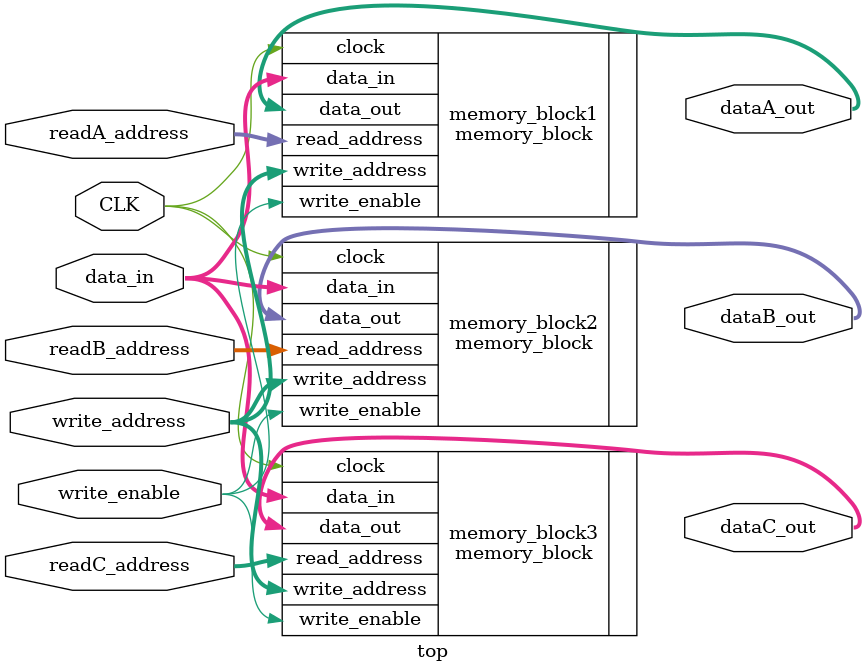
<source format=v>
module top(
  input CLK,
  input write_enable,
  input [15:0] readA_address,
  output reg [15:0] dataA_out,
  input [15:0] readB_address,
  output reg [15:0] dataB_out,
  input [16:0] readC_address,
  output reg [15:0] dataC_out,
  input [16:0] write_address,
  input [15:0] data_in
);

memory_block memory_block1(
  .clock(CLK),
  .write_enable(write_enable),
  .read_address(readA_address),
  .data_out(dataA_out),
  .write_address(write_address),
  .data_in(data_in)
);

memory_block memory_block2(
  .clock(CLK),
  .write_enable(write_enable),
  .read_address(readB_address),
  .data_out(dataB_out),
  .write_address(write_address),
  .data_in(data_in)
);

memory_block #(.WORDS(81920), .ADDRESS_WIDTH(17)) memory_block3
(
  .clock(CLK),
  .write_enable(write_enable),
  .read_address(readC_address),
  .data_out(dataC_out),
  .write_address(write_address),
  .data_in(data_in)
);

//module top(
//    input CLK,
//    input PIN_2,
//    input PIN_3,
//    output LED,
//    output PIN_24,
//    output PIN_23,
//    output PIN_22,
//    output PIN_21,
//    output PIN_20,
//    output PIN_19,
//    output PIN_18,
//    output PIN_17,
//    output PIN_16,
//    output PIN_15,
//    output PIN_14,
//    output PIN_13,
//    output PIN_12,
//    output PIN_11,
//    output PIN_10,
//    output PIN_9,
//    output PIN_8,
//    output PIN_7,
//    output PIN_6,
//    output PIN_5,
//    output PIN_4,
//    output PIN_1
//);
//
//parameter address_width = 13;
//
//assign PIN_24 = r1[15];
//assign PIN_23 = r1[14];
//assign PIN_22 = r1[13];
//assign PIN_21 = r1[12];
//assign PIN_20 = r1[11];
//assign PIN_19 = r1[10];
//assign PIN_18 = r1[9];
//assign PIN_17 = r1[8];
//
//assign PIN_16 = r1[7];
//assign PIN_15 = r1[6];
//assign PIN_14 = r1[5];
//assign PIN_9 = r1[4];
//assign PIN_10 = r1[3];
//assign PIN_11 = r1[2];
//assign PIN_12 = r1[1];
//assign PIN_13 = r1[0];
//
//assign PIN_4 = pc[5];
//assign PIN_5 = pc[4];
//assign PIN_6 = pc[3];
//assign PIN_7 = pc[2];
//assign PIN_8 = pc[1];
//assign PIN_1 = tx;
//wire rx = PIN_3;
//
//reg [24:0] slow_clock;
//initial slow_clock = 25'h0;
//
//always @(posedge CLK) begin // & PIN_1
//    slow_clock <= slow_clock + 1;
//end
//
//wire clock = CLK;
//
////reg clock;
////initial clock = 0;
////always @* begin
////    // Debounce clock buttons
////    clock <= PIN_1 | ((~PIN_2) & clock);
////end
////assign LED = store_reg;
//
//wire [1:0] step;
//wire [15:0] r1;
//wire [15:0] pc;
//wire tx;
////assign LED = tx;
//
//cpu cpu(
//    .clock_input(clock),
//    .reset(PIN_2),
//    .step(step),
//    .r1_peek(r1),
//    .pc_peek(pc),
//    .tx(tx),
//    .rx(rx)
//);

endmodule

</source>
